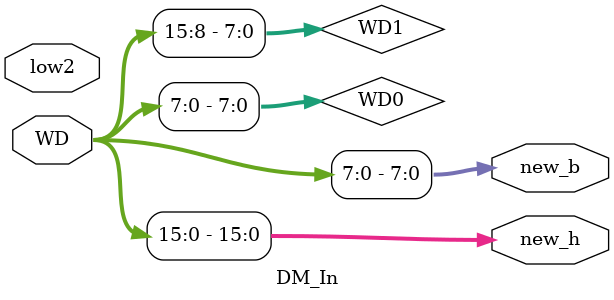
<source format=v>
`timescale 1ns / 1ps
`include "macro.v"
module DM_In(input [1:0] low2,
             input [31:0] WD,
             
             output [15:0] new_h,
             output [7:0] new_b
             );
//initial
wire [7:0] WD0,WD1,WD2,WD3,RD0,RD1,RD2,RD3;
assign WD0 = WD[7:0];
assign WD1 = WD[15:8];

//lb,sb
assign new_b  = WD0;
//lh,sh
assign new_h  = {WD1,WD0};


endmodule

</source>
